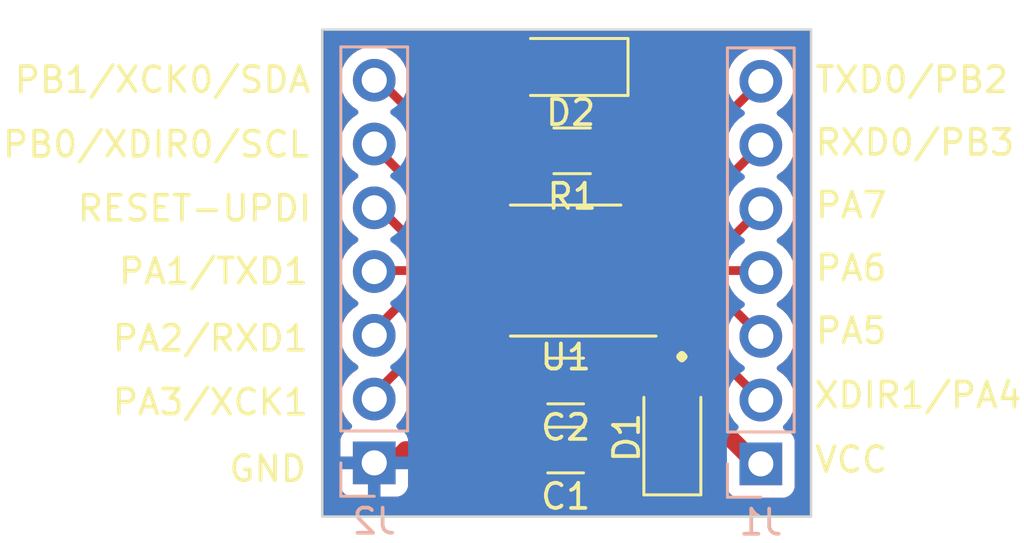
<source format=kicad_pcb>
(kicad_pcb (version 20221018) (generator pcbnew)
  (layers (0 "F.Cu" signal) (1 "In1.Cu" signal) (2 "In2.Cu" signal) (31 "B.Cu" signal) (34 "B.Paste" user) (35 "F.Paste" user) (36 "B.SilkS" user "B.Silkscreen") (37 "F.SilkS" user "F.Silkscreen") (38 "B.Mask" user) (39 "F.Mask" user) (44 "Edge.Cuts" user))
  (net 0 "")
  (net 1 "GND")
  (net 2 "VCC")
  (net 3 "/XDIR{slash}PA4")
  (net 4 "/PA5")
  (net 5 "/PA6")
  (net 6 "/PA7")
  (net 7 "/RxD{slash}PB3")
  (net 8 "/TxD{slash}PB2")
  (net 9 "/XCK{slash}PA3")
  (net 10 "/RXD{slash}PA2")
  (net 11 "/TXD{slash}PA1")
  (net 12 "/RESET-UDPI")
  (net 13 "/SCL{slash}XDIR{slash}PB0")
  (net 14 "/SDA{slash}XCK{slash}PB1")
  (footprint "Capacitor_SMD:C_1206_3216Metric" (layer "F.Cu") (at 151.226 106.15 180)
    (fp_text reference "C1" (at 0 -1.85) (layer "F.SilkS"))
    (fp_text value "10n")
    (fp_line (start -0.711252 -0.91) (end 0.711252 -0.91) (stroke (width 0.12)) (layer "F.SilkS"))
    (fp_line (start -0.711252 0.91) (end 0.711252 0.91) (stroke (width 0.12)) (layer "F.SilkS"))
    (pad "1" smd roundrect (at -1.475 0 180) (size 1.15 1.8) (layers "F.Cu" "F.Paste" "F.Mask") (roundrect_rratio 0.2173913043))
    (pad "2" smd roundrect (at 1.475 0 180) (size 1.15 1.8) (layers "F.Cu" "F.Paste" "F.Mask") (roundrect_rratio 0.2173913043))
  )
  (footprint "Diode_SMD:D_1206_3216Metric" (layer "F.Cu") (at 151.425 90.89 180)
    (fp_text reference "D2" (at 0 -1.82) (layer "F.SilkS"))
    (fp_text value "LED_Small")
    (fp_line (start -2.285 -1.135) (end -2.285 1.135) (stroke (width 0.12)) (layer "F.SilkS"))
    (fp_line (start -2.285 1.135) (end 1.6 1.135) (stroke (width 0.12)) (layer "F.SilkS"))
    (fp_line (start 1.6 -1.135) (end -2.285 -1.135) (stroke (width 0.12)) (layer "F.SilkS"))
    (pad "1" smd roundrect (at -1.4 0 180) (size 1.25 1.75) (layers "F.Cu" "F.Paste" "F.Mask") (roundrect_rratio 0.2))
    (pad "2" smd roundrect (at 1.4 0 180) (size 1.25 1.75) (layers "F.Cu" "F.Paste" "F.Mask") (roundrect_rratio 0.2))
  )
  (footprint "Capacitor_SMD:C_1206_3216Metric" (layer "F.Cu") (at 151.226 103.4 180)
    (fp_text reference "C2" (at 0 -1.85) (layer "F.SilkS"))
    (fp_text value "100n")
    (fp_line (start -0.711252 -0.91) (end 0.711252 -0.91) (stroke (width 0.12)) (layer "F.SilkS"))
    (fp_line (start -0.711252 0.91) (end 0.711252 0.91) (stroke (width 0.12)) (layer "F.SilkS"))
    (pad "1" smd roundrect (at -1.475 0 180) (size 1.15 1.8) (layers "F.Cu" "F.Paste" "F.Mask") (roundrect_rratio 0.2173913043))
    (pad "2" smd roundrect (at 1.475 0 180) (size 1.15 1.8) (layers "F.Cu" "F.Paste" "F.Mask") (roundrect_rratio 0.2173913043))
  )
  (footprint "Resistor_SMD:R_1206_3216Metric" (layer "F.Cu") (at 151.4835 94.23 180)
    (fp_text reference "R1" (at 0 -1.82) (layer "F.SilkS"))
    (fp_text value "330")
    (fp_line (start -0.727064 -0.91) (end 0.727064 -0.91) (stroke (width 0.12)) (layer "F.SilkS"))
    (fp_line (start -0.727064 0.91) (end 0.727064 0.91) (stroke (width 0.12)) (layer "F.SilkS"))
    (pad "1" smd roundrect (at -1.4625 0 180) (size 1.125 1.75) (layers "F.Cu" "F.Paste" "F.Mask") (roundrect_rratio 0.2222222222))
    (pad "2" smd roundrect (at 1.4625 0 180) (size 1.125 1.75) (layers "F.Cu" "F.Paste" "F.Mask") (roundrect_rratio 0.2222222222))
  )
  (footprint "Diode_SMD:D_1206_3216Metric" (layer "F.Cu") (at 155.476 105.65 90)
    (fp_text reference "D1" (at 0 -1.82 90) (layer "F.SilkS"))
    (fp_text value "D_Schottky")
    (fp_line (start -2.285 -1.135) (end -2.285 1.135) (stroke (width 0.12)) (layer "F.SilkS"))
    (fp_line (start -2.285 1.135) (end 1.6 1.135) (stroke (width 0.12)) (layer "F.SilkS"))
    (fp_line (start 1.6 -1.135) (end -2.285 -1.135) (stroke (width 0.12)) (layer "F.SilkS"))
    (pad "1" smd roundrect (at -1.4 0 90) (size 1.25 1.75) (layers "F.Cu" "F.Paste" "F.Mask") (roundrect_rratio 0.2))
    (pad "2" smd roundrect (at 1.4 0 90) (size 1.25 1.75) (layers "F.Cu" "F.Paste" "F.Mask") (roundrect_rratio 0.2))
  )
  (footprint "Package_SO:TSSOP-14_4.4x5mm_P0.65mm" (layer "F.Cu") (at 151.226 99 180)
    (fp_text reference "U1" (at 0 -3.45) (layer "F.SilkS"))
    (fp_text value "ATtiny424-X")
    (fp_line (start 0 -2.61) (end -3.6 -2.61) (stroke (width 0.12)) (layer "F.SilkS"))
    (fp_line (start 0 -2.61) (end 2.2 -2.61) (stroke (width 0.12)) (layer "F.SilkS"))
    (fp_line (start 0 2.61) (end -2.2 2.61) (stroke (width 0.12)) (layer "F.SilkS"))
    (fp_line (start 0 2.61) (end 2.2 2.61) (stroke (width 0.12)) (layer "F.SilkS"))
    (pad "1" smd roundrect (at -2.8625 -1.95 180) (size 1.475 0.4) (layers "F.Cu" "F.Paste" "F.Mask"))
    (pad "2" smd roundrect (at -2.8625 -1.3 180) (size 1.475 0.4) (layers "F.Cu" "F.Paste" "F.Mask") (net 3 "/XDIR{slash}PA4"))
    (pad "3" smd roundrect (at -2.8625 -0.65 180) (size 1.475 0.4) (layers "F.Cu" "F.Paste" "F.Mask"))
    (pad "4" smd roundrect (at -2.8625 0 180) (size 1.475 0.4) (layers "F.Cu" "F.Paste" "F.Mask") (net 5 "/PA6"))
    (pad "5" smd roundrect (at -2.8625 0.65 180) (size 1.475 0.4) (layers "F.Cu" "F.Paste" "F.Mask"))
    (pad "6" smd roundrect (at -2.8625 1.3 180) (size 1.475 0.4) (layers "F.Cu" "F.Paste" "F.Mask"))
    (pad "7" smd roundrect (at -2.8625 1.95 180) (size 1.475 0.4) (layers "F.Cu" "F.Paste" "F.Mask"))
    (pad "8" smd roundrect (at 2.8625 1.95 180) (size 1.475 0.4) (layers "F.Cu" "F.Paste" "F.Mask"))
    (pad "9" smd roundrect (at 2.8625 1.3 180) (size 1.475 0.4) (layers "F.Cu" "F.Paste" "F.Mask"))
    (pad "10" smd roundrect (at 2.8625 0.65 180) (size 1.475 0.4) (layers "F.Cu" "F.Paste" "F.Mask"))
    (pad "11" smd roundrect (at 2.8625 0 180) (size 1.475 0.4) (layers "F.Cu" "F.Paste" "F.Mask"))
    (pad "12" smd roundrect (at 2.8625 -0.65 180) (size 1.475 0.4) (layers "F.Cu" "F.Paste" "F.Mask"))
    (pad "13" smd roundrect (at 2.8625 -1.3 180) (size 1.475 0.4) (layers "F.Cu" "F.Paste" "F.Mask"))
    (pad "14" smd roundrect (at 2.8625 -1.95 180) (size 1.475 0.4) (layers "F.Cu" "F.Paste" "F.Mask"))
  )
  (footprint "Connector_PinHeader_2.54mm:PinHeader_1x07_P2.54mm_Vertical" (layer "B.Cu") (at 159 106.7)
    (fp_text reference "J1" (at 0 2.33) (layer "B.SilkS") (effects (justify mirror)))
    (fp_text value "Conn_01x07_Male")
    (fp_line (start -1.33 -16.57) (end 1.33 -16.57) (stroke (width 0.12)) (layer "B.SilkS"))
    (fp_line (start -1.33 -1.27) (end -1.33 -16.57) (stroke (width 0.12)) (layer "B.SilkS"))
    (fp_line (start -1.33 -1.27) (end 1.33 -1.27) (stroke (width 0.12)) (layer "B.SilkS"))
    (fp_line (start -1.33 0) (end -1.33 1.33) (stroke (width 0.12)) (layer "B.SilkS"))
    (fp_line (start -1.33 1.33) (end 0 1.33) (stroke (width 0.12)) (layer "B.SilkS"))
    (fp_line (start 1.33 -1.27) (end 1.33 -16.57) (stroke (width 0.12)) (layer "B.SilkS"))
    (pad "1" thru_hole rect (at 0 0) (size 1.7 1.7) (drill 1) (layers "*.Cu" "*.Mask") (net 2 "VCC"))
    (pad "2" thru_hole oval (at 0 -2.54) (size 1.7 1.7) (drill 1) (layers "*.Cu" "*.Mask") (net 3 "/XDIR{slash}PA4"))
    (pad "3" thru_hole oval (at 0 -5.08) (size 1.7 1.7) (drill 1) (layers "*.Cu" "*.Mask") (net 4 "/PA5"))
    (pad "4" thru_hole oval (at 0 -7.62) (size 1.7 1.7) (drill 1) (layers "*.Cu" "*.Mask") (net 5 "/PA6"))
    (pad "5" thru_hole oval (at 0 -10.16) (size 1.7 1.7) (drill 1) (layers "*.Cu" "*.Mask") (net 6 "/PA7"))
    (pad "6" thru_hole oval (at 0 -12.7) (size 1.7 1.7) (drill 1) (layers "*.Cu" "*.Mask") (net 7 "/RxD{slash}PB3"))
    (pad "7" thru_hole oval (at 0 -15.24) (size 1.7 1.7) (drill 1) (layers "*.Cu" "*.Mask") (net 8 "/TxD{slash}PB2"))
  )
  (footprint "Connector_PinHeader_2.54mm:PinHeader_1x07_P2.54mm_Vertical" (layer "B.Cu") (at 143.6 106.66)
    (fp_text reference "J2" (at 0 2.33) (layer "B.SilkS") (effects (justify mirror)))
    (fp_text value "Conn_01x07_Male")
    (fp_line (start -1.33 -16.57) (end 1.33 -16.57) (stroke (width 0.12)) (layer "B.SilkS"))
    (fp_line (start -1.33 -1.27) (end -1.33 -16.57) (stroke (width 0.12)) (layer "B.SilkS"))
    (fp_line (start -1.33 -1.27) (end 1.33 -1.27) (stroke (width 0.12)) (layer "B.SilkS"))
    (fp_line (start -1.33 0) (end -1.33 1.33) (stroke (width 0.12)) (layer "B.SilkS"))
    (fp_line (start -1.33 1.33) (end 0 1.33) (stroke (width 0.12)) (layer "B.SilkS"))
    (fp_line (start 1.33 -1.27) (end 1.33 -16.57) (stroke (width 0.12)) (layer "B.SilkS"))
    (pad "1" thru_hole rect (at 0 0) (size 1.7 1.7) (drill 1) (layers "*.Cu" "*.Mask") (net 1 "GND"))
    (pad "2" thru_hole oval (at 0 -2.54) (size 1.7 1.7) (drill 1) (layers "*.Cu" "*.Mask") (net 9 "/XCK{slash}PA3"))
    (pad "3" thru_hole oval (at 0 -5.08) (size 1.7 1.7) (drill 1) (layers "*.Cu" "*.Mask") (net 10 "/RXD{slash}PA2"))
    (pad "4" thru_hole oval (at 0 -7.62) (size 1.7 1.7) (drill 1) (layers "*.Cu" "*.Mask") (net 11 "/TXD{slash}PA1"))
    (pad "5" thru_hole oval (at 0 -10.16) (size 1.7 1.7) (drill 1) (layers "*.Cu" "*.Mask") (net 12 "/RESET-UDPI"))
    (pad "6" thru_hole oval (at 0 -12.7) (size 1.7 1.7) (drill 1) (layers "*.Cu" "*.Mask") (net 13 "/SCL{slash}XDIR{slash}PB0"))
    (pad "7" thru_hole oval (at 0 -15.24) (size 1.7 1.7) (drill 1) (layers "*.Cu" "*.Mask") (net 14 "/SDA{slash}XCK{slash}PB1"))
  )
  (gr_rect (start 141.528 89.4) (end 161 108.8) (stroke (width 0.1)) (fill none) (layer "Edge.Cuts"))
  (gr_text "PA6" (at 162.603 98.9) (layer "F.SilkS") (effects (font (size 1 1))))
  (gr_text "PA1/TXD1\n" (at 137.198 99.028275) (layer "F.SilkS") (effects (font (size 1 1))))
  (gr_text "PA2/RXD1" (at 137.071 101.700674) (layer "F.SilkS") (effects (font (size 1 1))))
  (gr_text "TXD0/PB2" (at 165.011 91.4) (layer "F.SilkS") (effects (font (size 1 1))))
  (gr_text "PB0/XDIR0/SCL" (at 134.912 93.976) (layer "F.SilkS") (effects (font (size 1 1))))
  (gr_text "." (at 155.3 102.7) (layer "F.SilkS") (effects (font (size 1.5 1.5) (thickness 0.3) bold) (justify left bottom)))
  (gr_text "GND" (at 139.357 106.895819) (layer "F.SilkS") (effects (font (size 1 1))))
  (gr_text "RXD0/PB3" (at 165.138 93.9) (layer "F.SilkS") (effects (font (size 1 1))))
  (gr_text "PB1/XCK0/SDA" (at 135.166 91.4) (layer "F.SilkS") (effects (font (size 1 1))))
  (gr_text "PA5" (at 162.603 101.4) (layer "F.SilkS") (effects (font (size 1 1))))
  (gr_text "RESET-UPDI" (at 136.436 96.526909) (layer "F.SilkS") (effects (font (size 1 1))))
  (gr_text "PA3/XCK1" (at 137.071 104.244799) (layer "F.SilkS") (effects (font (size 1 1))))
  (gr_text "XDIR1/PA4" (at 165.265 103.966869) (layer "F.SilkS") (effects (font (size 1 1))))
  (gr_text "VCC" (at 162.603642 106.532373) (layer "F.SilkS") (effects (font (size 1 1))))
  (gr_text "PA7" (at 162.603 96.4) (layer "F.SilkS") (effects (font (size 1 1))))
  (segment (start 152.701 103.4) (end 153.476 103.4) (width 0.7) (layer "F.Cu") (net 0))
  (segment (start 155.476 107.05) (end 154.376 107.05) (width 0.7) (layer "F.Cu") (net 0))
  (segment (start 154.376 107.05) (end 153.476 106.15) (width 0.7) (layer "F.Cu") (net 0))
  (segment (start 152.701 106.15) (end 152.701 103.4) (width 0.7) (layer "F.Cu") (net 0))
  (segment (start 153.476 103.4) (end 154.0885 102.7875) (width 0.7) (layer "F.Cu") (net 0))
  (segment (start 150.025 90.89) (end 150.025 94.226) (width 0.35) (layer "F.Cu") (net 0))
  (segment (start 153.476 106.15) (end 152.701 106.15) (width 0.7) (layer "F.Cu") (net 0))
  (segment (start 154.0885 102.7875) (end 154.0885 101.05) (width 0.7) (layer "F.Cu") (net 0))
  (segment (start 150.025 94.226) (end 150.021 94.23) (width 0.35) (layer "F.Cu") (net 0))
  (segment (start 149.751 106.15) (end 144.85 106.15) (width 0.7) (layer "F.Cu") (net 1))
  (segment (start 148.3635 101.05) (end 148.3635 102.7875) (width 0.7) (layer "F.Cu") (net 1))
  (segment (start 149.751 103.4) (end 149.751 106.15) (width 0.7) (layer "F.Cu") (net 1))
  (segment (start 148.3635 102.7875) (end 148.976 103.4) (width 0.7) (layer "F.Cu") (net 1))
  (segment (start 144.85 106.15) (end 144.54 106.46) (width 0.7) (layer "F.Cu") (net 1))
  (segment (start 148.976 103.4) (end 149.751 103.4) (width 0.7) (layer "F.Cu") (net 1))
  (segment (start 144.54 106.46) (end 143.6 106.46) (width 0.7) (layer "F.Cu") (net 1))
  (segment (start 158.866 106.54) (end 158.876 106.54) (width 0.7) (layer "F.Cu") (net 2))
  (segment (start 156.362 104.25) (end 158.788 106.676) (width 0.7) (layer "F.Cu") (net 2))
  (segment (start 155.476 104.25) (end 156.362 104.25) (width 0.7) (layer "F.Cu") (net 2))
  (segment (start 155.14 100.3) (end 159 104.16) (width 0.35) (layer "F.Cu") (net 3))
  (segment (start 154.08125 100.3) (end 155.14 100.3) (width 0.35) (layer "F.Cu") (net 3))
  (segment (start 157.03 99.65) (end 154.0885 99.65) (width 0.35) (layer "F.Cu") (net 4))
  (segment (start 159 101.62) (end 157.03 99.65) (width 0.35) (layer "F.Cu") (net 4))
  (segment (start 158.92 99) (end 154.0885 99) (width 0.35) (layer "F.Cu") (net 5))
  (segment (start 158.796 99) (end 158.876 98.92) (width 0.35) (layer "F.Cu") (net 5))
  (segment (start 159 99.08) (end 158.92 99) (width 0.35) (layer "F.Cu") (net 5))
  (segment (start 157.19 98.35) (end 159 96.54) (width 0.35) (layer "F.Cu") (net 6))
  (segment (start 154.0885 98.35) (end 157.19 98.35) (width 0.35) (layer "F.Cu") (net 6))
  (segment (start 154.0885 97.7) (end 155.176 97.7) (width 0.35) (layer "F.Cu") (net 7))
  (segment (start 159 94) (end 155.3 97.7) (width 0.35) (layer "F.Cu") (net 7))
  (segment (start 155.3 97.7) (end 155.201 97.7) (width 0.35) (layer "F.Cu") (net 7))
  (segment (start 154.0885 97.05) (end 154.0885 95.3725) (width 0.35) (layer "F.Cu") (net 8))
  (segment (start 154.826 97.05) (end 156.476 95.4) (width 0.35) (layer "F.Cu") (net 8))
  (segment (start 156.476 93.984) (end 159 91.46) (width 0.35) (layer "F.Cu") (net 8))
  (segment (start 156.476 95.4) (end 156.476 93.984) (width 0.35) (layer "F.Cu") (net 8))
  (segment (start 154.0885 97.05) (end 154.826 97.05) (width 0.35) (layer "F.Cu") (net 8))
  (segment (start 154.0885 95.3725) (end 152.946 94.23) (width 0.35) (layer "F.Cu") (net 8))
  (segment (start 148.3635 100.3) (end 147.326 100.3) (width 0.35) (layer "F.Cu") (net 9))
  (segment (start 147.22 100.3) (end 147.251 100.3) (width 0.35) (layer "F.Cu") (net 9))
  (segment (start 143.626 104) (end 143.626 104.05) (width 0.35) (layer "F.Cu") (net 9))
  (segment (start 143.6 103.92) (end 147.22 100.3) (width 0.35) (layer "F.Cu") (net 9))
  (segment (start 145.33 99.65) (end 143.6 101.38) (width 0.35) (layer "F.Cu") (net 10))
  (segment (start 148.3635 99.65) (end 145.33 99.65) (width 0.35) (layer "F.Cu") (net 10))
  (segment (start 148.3635 99) (end 148.3335 98.97) (width 0.35) (layer "F.Cu") (net 11))
  (segment (start 143.76 99) (end 148.3635 99) (width 0.35) (layer "F.Cu") (net 11))
  (segment (start 143.6 98.84) (end 143.76 99) (width 0.35) (layer "F.Cu") (net 11))
  (segment (start 148.3635 98.35) (end 145.65 98.35) (width 0.35) (layer "F.Cu") (net 12))
  (segment (start 145.65 98.35) (end 143.6 96.3) (width 0.35) (layer "F.Cu") (net 12))
  (segment (start 143.656 96.4) (end 143.626 96.43) (width 0.35) (layer "F.Cu") (net 12))
  (segment (start 143.6 94.049) (end 147.251 97.7) (width 0.35) (layer "F.Cu") (net 13))
  (segment (start 143.6 93.76) (end 143.6 94.049) (width 0.35) (layer "F.Cu") (net 13))
  (segment (start 143.716 93.89) (end 143.626 93.89) (width 0.35) (layer "F.Cu") (net 13))
  (segment (start 148.3635 97.7) (end 147.276 97.7) (width 0.35) (layer "F.Cu") (net 13))
  (segment (start 143.6 91.22) (end 146.226 93.846) (width 0.35) (layer "F.Cu") (net 14))
  (segment (start 146.226 93.846) (end 146.226 95.65) (width 0.35) (layer "F.Cu") (net 14))
  (segment (start 146.226 95.65) (end 147.626 97.05) (width 0.35) (layer "F.Cu") (net 14))
  (segment (start 147.626 97.05) (end 148.3635 97.05) (width 0.35) (layer "F.Cu") (net 14))
  (zone (net 1) (net_name "GND") (layer "F.Cu") (connect_pads (clearance 0.5)) (min_thickness 0.25) (fill yes (thermal_gap 0.5) (thermal_bridge_width 0.5))
    (polygon (pts (xy 141.5 89.4) (xy 161 89.4) (xy 161 108.8) (xy 141.5 108.8)))
  )
  (zone (net 1) (net_name "GND") (layers "In1.Cu" "In2.Cu" "B.Cu") (priority 1) (connect_pads (clearance 0.5)) (min_thickness 0.25) (fill yes (thermal_gap 0.5) (thermal_bridge_width 0.5))
    (polygon (pts (xy 141.5 89.4) (xy 161 89.4) (xy 161 108.8) (xy 141.5 108.8)))
  )
)
</source>
